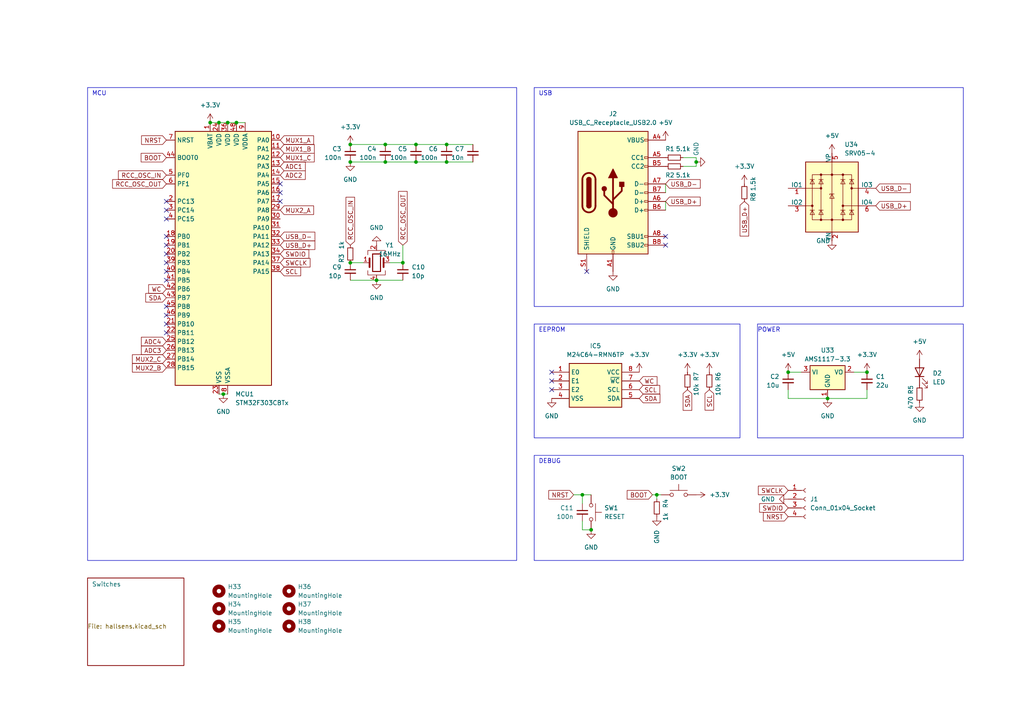
<source format=kicad_sch>
(kicad_sch (version 20230121) (generator eeschema)
  (paper "A4")
  (lib_symbols
    (symbol "Connector:Conn_01x04_Socket" (pin_names (offset 1.016) hide)
      (property "Reference" "J" (at 0 5.08 0))
      (property "Value" "Conn_01x04_Socket" (at 0 -7.62 0))
      (symbol "Conn_01x04_Socket_1_1"
        (arc (start 0 -4.572) (mid -0.5058 -5.08) (end 0 -5.588) (stroke (width 0.1524)))
        (arc (start 0 -2.032) (mid -0.5058 -2.54) (end 0 -3.048) (stroke (width 0.1524)))
        (polyline (pts (xy -1.27 -5.08) (xy -0.508 -5.08)) (stroke (width 0.1524)))
        (polyline (pts (xy -1.27 -2.54) (xy -0.508 -2.54)) (stroke (width 0.1524)))
        (polyline (pts (xy -1.27 0) (xy -0.508 0)) (stroke (width 0.1524)))
        (polyline (pts (xy -1.27 2.54) (xy -0.508 2.54)) (stroke (width 0.1524)))
        (arc (start 0 0.508) (mid -0.5058 0) (end 0 -0.508) (stroke (width 0.1524)))
        (arc (start 0 3.048) (mid -0.5058 2.54) (end 0 2.032) (stroke (width 0.1524)))
        (pin passive line (at -5.08 2.54 0) (length 3.81) (name "Pin_1") (number "1"))
        (pin passive line (at -5.08 0 0) (length 3.81) (name "Pin_2") (number "2"))
        (pin passive line (at -5.08 -2.54 0) (length 3.81) (name "Pin_3") (number "3"))
        (pin passive line (at -5.08 -5.08 0) (length 3.81) (name "Pin_4") (number "4"))
      )
    )
    (symbol "Connector:USB_C_Receptacle_USB2.0" (pin_names (offset 1.016))
      (property "Reference" "J" (at -10.16 19.05 0))
      (property "Value" "USB_C_Receptacle_USB2.0" (at 19.05 19.05 0))
      (symbol "USB_C_Receptacle_USB2.0_0_0"
        (rectangle (start -0.254 -17.78) (end 0.254 -16.764))
        (rectangle (start 10.16 -14.986) (end 9.144 -15.494))
        (rectangle (start 10.16 -12.446) (end 9.144 -12.954))
        (rectangle (start 10.16 -4.826) (end 9.144 -5.334))
        (rectangle (start 10.16 -2.286) (end 9.144 -2.794))
        (rectangle (start 10.16 0.254) (end 9.144 -0.254))
        (rectangle (start 10.16 2.794) (end 9.144 2.286))
        (rectangle (start 10.16 7.874) (end 9.144 7.366))
        (rectangle (start 10.16 10.414) (end 9.144 9.906))
        (rectangle (start 10.16 15.494) (end 9.144 14.986))
      )
      (symbol "USB_C_Receptacle_USB2.0_0_1"
        (rectangle (start -10.16 17.78) (end 10.16 -17.78) (stroke (width 0.254)) (fill (type background)))
        (arc (start -8.89 -3.81) (mid -6.985 -5.7067) (end -5.08 -3.81) (stroke (width 0.508)))
        (arc (start -7.62 -3.81) (mid -6.985 -4.4423) (end -6.35 -3.81) (stroke (width 0.254)))
        (arc (start -7.62 -3.81) (mid -6.985 -4.4423) (end -6.35 -3.81) (stroke (width 0.254)) (fill (type outline)))
        (rectangle (start -7.62 -3.81) (end -6.35 3.81) (stroke (width 0.254)) (fill (type outline)))
        (arc (start -6.35 3.81) (mid -6.985 4.4423) (end -7.62 3.81) (stroke (width 0.254)))
        (arc (start -6.35 3.81) (mid -6.985 4.4423) (end -7.62 3.81) (stroke (width 0.254)) (fill (type outline)))
        (arc (start -5.08 3.81) (mid -6.985 5.7067) (end -8.89 3.81) (stroke (width 0.508)))
        (circle (center -2.54 1.143) (radius 0.635) (stroke (width 0.254)) (fill (type outline)))
        (circle (center 0 -5.842) (radius 1.27) (fill (type outline)))
        (polyline (pts (xy -8.89 -3.81) (xy -8.89 3.81)) (stroke (width 0.508)))
        (polyline (pts (xy -5.08 3.81) (xy -5.08 -3.81)) (stroke (width 0.508)))
        (polyline (pts (xy 0 -5.842) (xy 0 4.318)) (stroke (width 0.508)))
        (polyline (pts (xy 0 -3.302) (xy -2.54 -0.762) (xy -2.54 0.508)) (stroke (width 0.508)))
        (polyline (pts (xy 0 -2.032) (xy 2.54 0.508) (xy 2.54 1.778)) (stroke (width 0.508)))
        (polyline (pts (xy -1.27 4.318) (xy 0 6.858) (xy 1.27 4.318) (xy -1.27 4.318)) (stroke (width 0.254)) (fill (type outline)))
        (rectangle (start 1.905 1.778) (end 3.175 3.048) (stroke (width 0.254)) (fill (type outline)))
      )
      (symbol "USB_C_Receptacle_USB2.0_1_1"
        (pin passive line (at 0 -22.86 90) (length 5.08) (name "GND") (number "A1"))
        (pin passive line (at 0 -22.86 90) (length 5.08) hide (name "GND") (number "A12"))
        (pin passive line (at 15.24 15.24 180) (length 5.08) (name "VBUS") (number "A4"))
        (pin bidirectional line (at 15.24 10.16 180) (length 5.08) (name "CC1") (number "A5"))
        (pin bidirectional line (at 15.24 -2.54 180) (length 5.08) (name "D+") (number "A6"))
        (pin bidirectional line (at 15.24 2.54 180) (length 5.08) (name "D-") (number "A7"))
        (pin bidirectional line (at 15.24 -12.7 180) (length 5.08) (name "SBU1") (number "A8"))
        (pin passive line (at 15.24 15.24 180) (length 5.08) hide (name "VBUS") (number "A9"))
        (pin passive line (at 0 -22.86 90) (length 5.08) hide (name "GND") (number "B1"))
        (pin passive line (at 0 -22.86 90) (length 5.08) hide (name "GND") (number "B12"))
        (pin passive line (at 15.24 15.24 180) (length 5.08) hide (name "VBUS") (number "B4"))
        (pin bidirectional line (at 15.24 7.62 180) (length 5.08) (name "CC2") (number "B5"))
        (pin bidirectional line (at 15.24 -5.08 180) (length 5.08) (name "D+") (number "B6"))
        (pin bidirectional line (at 15.24 0 180) (length 5.08) (name "D-") (number "B7"))
        (pin bidirectional line (at 15.24 -15.24 180) (length 5.08) (name "SBU2") (number "B8"))
        (pin passive line (at 15.24 15.24 180) (length 5.08) hide (name "VBUS") (number "B9"))
        (pin passive line (at -7.62 -22.86 90) (length 5.08) (name "SHIELD") (number "S1"))
      )
    )
    (symbol "Device:C_Small" (pin_numbers hide) (pin_names (offset 0.254) hide)
      (property "Reference" "C" (at 0.254 1.778 0))
      (property "Value" "C_Small" (at 0.254 -2.032 0))
      (symbol "C_Small_0_1"
        (polyline (pts (xy -1.524 -0.508) (xy 1.524 -0.508)) (stroke (width 0.3302)))
        (polyline (pts (xy -1.524 0.508) (xy 1.524 0.508)) (stroke (width 0.3048)))
      )
      (symbol "C_Small_1_1"
        (pin passive line (at 0 2.54 270) (length 2.032) (name "~") (number "1"))
        (pin passive line (at 0 -2.54 90) (length 2.032) (name "~") (number "2"))
      )
    )
    (symbol "Device:Crystal_GND24" (pin_names (offset 1.016) hide)
      (property "Reference" "Y" (at 3.175 5.08 0))
      (property "Value" "Crystal_GND24" (at 3.175 3.175 0))
      (symbol "Crystal_GND24_0_1"
        (rectangle (start -1.143 2.54) (end 1.143 -2.54) (stroke (width 0.3048)))
        (polyline (pts (xy -2.54 0) (xy -2.032 0)))
        (polyline (pts (xy -2.032 -1.27) (xy -2.032 1.27)) (stroke (width 0.508)))
        (polyline (pts (xy 0 -3.81) (xy 0 -3.556)))
        (polyline (pts (xy 0 3.556) (xy 0 3.81)))
        (polyline (pts (xy 2.032 -1.27) (xy 2.032 1.27)) (stroke (width 0.508)))
        (polyline (pts (xy 2.032 0) (xy 2.54 0)))
        (polyline (pts (xy -2.54 -2.286) (xy -2.54 -3.556) (xy 2.54 -3.556) (xy 2.54 -2.286)))
        (polyline (pts (xy -2.54 2.286) (xy -2.54 3.556) (xy 2.54 3.556) (xy 2.54 2.286)))
      )
      (symbol "Crystal_GND24_1_1"
        (pin passive line (at -3.81 0 0) (length 1.27) (name "1") (number "1"))
        (pin passive line (at 0 5.08 270) (length 1.27) (name "2") (number "2"))
        (pin passive line (at 3.81 0 180) (length 1.27) (name "3") (number "3"))
        (pin passive line (at 0 -5.08 90) (length 1.27) (name "4") (number "4"))
      )
    )
    (symbol "Device:LED" (pin_numbers hide) (pin_names (offset 1.016) hide)
      (property "Reference" "D" (at 0 2.54 0))
      (property "Value" "LED" (at 0 -2.54 0))
      (symbol "LED_0_1"
        (polyline (pts (xy -1.27 -1.27) (xy -1.27 1.27)) (stroke (width 0.254)))
        (polyline (pts (xy -1.27 0) (xy 1.27 0)))
        (polyline (pts (xy 1.27 -1.27) (xy 1.27 1.27) (xy -1.27 0) (xy 1.27 -1.27)) (stroke (width 0.254)))
        (polyline (pts (xy -3.048 -0.762) (xy -4.572 -2.286) (xy -3.81 -2.286) (xy -4.572 -2.286) (xy -4.572 -1.524)))
        (polyline (pts (xy -1.778 -0.762) (xy -3.302 -2.286) (xy -2.54 -2.286) (xy -3.302 -2.286) (xy -3.302 -1.524)))
      )
      (symbol "LED_1_1"
        (pin passive line (at -3.81 0 0) (length 2.54) (name "K") (number "1"))
        (pin passive line (at 3.81 0 180) (length 2.54) (name "A") (number "2"))
      )
    )
    (symbol "Device:R_Small" (pin_numbers hide) (pin_names (offset 0.254) hide)
      (property "Reference" "R" (at 0.762 0.508 0))
      (property "Value" "R_Small" (at 0.762 -1.016 0))
      (symbol "R_Small_0_1"
        (rectangle (start -0.762 1.778) (end 0.762 -1.778) (stroke (width 0.2032)))
      )
      (symbol "R_Small_1_1"
        (pin passive line (at 0 2.54 270) (length 0.762) (name "~") (number "1"))
        (pin passive line (at 0 -2.54 90) (length 0.762) (name "~") (number "2"))
      )
    )
    (symbol "MCU_ST_STM32F3:STM32F303CBTx"
      (property "Reference" "U" (at -12.7 39.37 0))
      (property "Value" "STM32F303CBTx" (at 10.16 39.37 0))
      (symbol "STM32F303CBTx_0_1"
        (rectangle (start -12.7 -35.56) (end 15.24 38.1) (stroke (width 0.254)) (fill (type background)))
      )
      (symbol "STM32F303CBTx_1_1"
        (pin power_in line (at -2.54 40.64 270) (length 2.54) (name "VBAT") (number "1"))
        (pin bidirectional line (at 17.78 35.56 180) (length 2.54) (name "PA0") (number "10"))
        (pin bidirectional line (at 17.78 33.02 180) (length 2.54) (name "PA1") (number "11"))
        (pin bidirectional line (at 17.78 30.48 180) (length 2.54) (name "PA2") (number "12"))
        (pin bidirectional line (at 17.78 27.94 180) (length 2.54) (name "PA3") (number "13"))
        (pin bidirectional line (at 17.78 25.4 180) (length 2.54) (name "PA4") (number "14"))
        (pin bidirectional line (at 17.78 22.86 180) (length 2.54) (name "PA5") (number "15"))
        (pin bidirectional line (at 17.78 20.32 180) (length 2.54) (name "PA6") (number "16"))
        (pin bidirectional line (at 17.78 17.78 180) (length 2.54) (name "PA7") (number "17"))
        (pin bidirectional line (at -15.24 7.62 0) (length 2.54) (name "PB0") (number "18"))
        (pin bidirectional line (at -15.24 5.08 0) (length 2.54) (name "PB1") (number "19"))
        (pin bidirectional line (at -15.24 17.78 0) (length 2.54) (name "PC13") (number "2"))
        (pin bidirectional line (at -15.24 2.54 0) (length 2.54) (name "PB2") (number "20"))
        (pin bidirectional line (at -15.24 -17.78 0) (length 2.54) (name "PB10") (number "21"))
        (pin bidirectional line (at -15.24 -20.32 0) (length 2.54) (name "PB11") (number "22"))
        (pin power_in line (at 0 -38.1 90) (length 2.54) (name "VSS") (number "23"))
        (pin power_in line (at 0 40.64 270) (length 2.54) (name "VDD") (number "24"))
        (pin bidirectional line (at -15.24 -22.86 0) (length 2.54) (name "PB12") (number "25"))
        (pin bidirectional line (at -15.24 -25.4 0) (length 2.54) (name "PB13") (number "26"))
        (pin bidirectional line (at -15.24 -27.94 0) (length 2.54) (name "PB14") (number "27"))
        (pin bidirectional line (at -15.24 -30.48 0) (length 2.54) (name "PB15") (number "28"))
        (pin bidirectional line (at 17.78 15.24 180) (length 2.54) (name "PA8") (number "29"))
        (pin bidirectional line (at -15.24 15.24 0) (length 2.54) (name "PC14") (number "3"))
        (pin bidirectional line (at 17.78 12.7 180) (length 2.54) (name "PA9") (number "30"))
        (pin bidirectional line (at 17.78 10.16 180) (length 2.54) (name "PA10") (number "31"))
        (pin bidirectional line (at 17.78 7.62 180) (length 2.54) (name "PA11") (number "32"))
        (pin bidirectional line (at 17.78 5.08 180) (length 2.54) (name "PA12") (number "33"))
        (pin bidirectional line (at 17.78 2.54 180) (length 2.54) (name "PA13") (number "34"))
        (pin passive line (at 0 -38.1 90) (length 2.54) hide (name "VSS") (number "35"))
        (pin power_in line (at 2.54 40.64 270) (length 2.54) (name "VDD") (number "36"))
        (pin bidirectional line (at 17.78 0 180) (length 2.54) (name "PA14") (number "37"))
        (pin bidirectional line (at 17.78 -2.54 180) (length 2.54) (name "PA15") (number "38"))
        (pin bidirectional line (at -15.24 0 0) (length 2.54) (name "PB3") (number "39"))
        (pin bidirectional line (at -15.24 12.7 0) (length 2.54) (name "PC15") (number "4"))
        (pin bidirectional line (at -15.24 -2.54 0) (length 2.54) (name "PB4") (number "40"))
        (pin bidirectional line (at -15.24 -5.08 0) (length 2.54) (name "PB5") (number "41"))
        (pin bidirectional line (at -15.24 -7.62 0) (length 2.54) (name "PB6") (number "42"))
        (pin bidirectional line (at -15.24 -10.16 0) (length 2.54) (name "PB7") (number "43"))
        (pin input line (at -15.24 30.48 0) (length 2.54) (name "BOOT0") (number "44"))
        (pin bidirectional line (at -15.24 -12.7 0) (length 2.54) (name "PB8") (number "45"))
        (pin bidirectional line (at -15.24 -15.24 0) (length 2.54) (name "PB9") (number "46"))
        (pin passive line (at 0 -38.1 90) (length 2.54) hide (name "VSS") (number "47"))
        (pin power_in line (at 5.08 40.64 270) (length 2.54) (name "VDD") (number "48"))
        (pin bidirectional line (at -15.24 25.4 0) (length 2.54) (name "PF0") (number "5"))
        (pin bidirectional line (at -15.24 22.86 0) (length 2.54) (name "PF1") (number "6"))
        (pin input line (at -15.24 35.56 0) (length 2.54) (name "NRST") (number "7"))
        (pin power_in line (at 2.54 -38.1 90) (length 2.54) (name "VSSA") (number "8"))
        (pin power_in line (at 7.62 40.64 270) (length 2.54) (name "VDDA") (number "9"))
      )
    )
    (symbol "Mechanical:MountingHole" (pin_names (offset 1.016))
      (property "Reference" "H" (at 0 5.08 0))
      (property "Value" "MountingHole" (at 0 3.175 0))
      (symbol "MountingHole_0_1"
        (circle (center 0 0) (radius 1.27) (stroke (width 1.27)))
      )
    )
    (symbol "Power_Protection:SRV05-4" (pin_names (offset 0))
      (property "Reference" "U" (at -5.08 11.43 0))
      (property "Value" "SRV05-4" (at 2.54 11.43 0))
      (symbol "SRV05-4_0_0"
        (rectangle (start -5.715 6.477) (end 5.715 -6.604))
        (polyline (pts (xy -3.175 -6.604) (xy -3.175 6.477)))
        (polyline (pts (xy 3.175 6.477) (xy 3.175 -6.604)))
      )
      (symbol "SRV05-4_0_1"
        (rectangle (start -7.62 10.16) (end 7.62 -10.16) (stroke (width 0.254)) (fill (type background)))
        (circle (center -5.715 -2.54) (radius 0.2794) (fill (type outline)))
        (circle (center -3.175 -6.604) (radius 0.2794) (fill (type outline)))
        (circle (center -3.175 2.54) (radius 0.2794) (fill (type outline)))
        (circle (center -3.175 6.477) (radius 0.2794) (fill (type outline)))
        (circle (center 0 -6.604) (radius 0.2794) (fill (type outline)))
        (polyline (pts (xy -7.747 2.54) (xy -3.175 2.54)))
        (polyline (pts (xy -7.62 -2.54) (xy -5.715 -2.54)))
        (polyline (pts (xy -5.08 -3.81) (xy -6.35 -3.81)))
        (polyline (pts (xy -5.08 5.08) (xy -6.35 5.08)))
        (polyline (pts (xy -2.54 -3.81) (xy -3.81 -3.81)))
        (polyline (pts (xy -2.54 5.08) (xy -3.81 5.08)))
        (polyline (pts (xy 0 10.16) (xy 0 -10.16)))
        (polyline (pts (xy 3.81 -3.81) (xy 2.54 -3.81)))
        (polyline (pts (xy 3.81 5.08) (xy 2.54 5.08)))
        (polyline (pts (xy 6.35 -3.81) (xy 5.08 -3.81)))
        (polyline (pts (xy 6.35 5.08) (xy 5.08 5.08)))
        (polyline (pts (xy 7.62 -2.54) (xy 3.175 -2.54)))
        (polyline (pts (xy 7.62 2.54) (xy 5.715 2.54)))
        (polyline (pts (xy 0.635 0.889) (xy -0.635 0.889) (xy -0.635 0.635)))
        (polyline (pts (xy -5.08 -5.08) (xy -6.35 -5.08) (xy -5.715 -3.81) (xy -5.08 -5.08)))
        (polyline (pts (xy -5.08 3.81) (xy -6.35 3.81) (xy -5.715 5.08) (xy -5.08 3.81)))
        (polyline (pts (xy -2.54 -5.08) (xy -3.81 -5.08) (xy -3.175 -3.81) (xy -2.54 -5.08)))
        (polyline (pts (xy -2.54 3.81) (xy -3.81 3.81) (xy -3.175 5.08) (xy -2.54 3.81)))
        (polyline (pts (xy 0.635 -0.381) (xy -0.635 -0.381) (xy 0 0.889) (xy 0.635 -0.381)))
        (polyline (pts (xy 3.81 -5.08) (xy 2.54 -5.08) (xy 3.175 -3.81) (xy 3.81 -5.08)))
        (polyline (pts (xy 3.81 3.81) (xy 2.54 3.81) (xy 3.175 5.08) (xy 3.81 3.81)))
        (polyline (pts (xy 6.35 -5.08) (xy 5.08 -5.08) (xy 5.715 -3.81) (xy 6.35 -5.08)))
        (polyline (pts (xy 6.35 3.81) (xy 5.08 3.81) (xy 5.715 5.08) (xy 6.35 3.81)))
        (circle (center 0 6.477) (radius 0.2794) (fill (type outline)))
        (circle (center 3.175 -6.604) (radius 0.2794) (fill (type outline)))
        (circle (center 3.175 -2.54) (radius 0.2794) (fill (type outline)))
        (circle (center 3.175 6.477) (radius 0.2794) (fill (type outline)))
        (circle (center 5.715 2.54) (radius 0.2794) (fill (type outline)))
      )
      (symbol "SRV05-4_1_1"
        (pin passive line (at -12.7 2.54 0) (length 5.08) (name "IO1") (number "1"))
        (pin passive line (at 0 -12.7 90) (length 2.54) (name "VN") (number "2"))
        (pin passive line (at -12.7 -2.54 0) (length 5.08) (name "IO2") (number "3"))
        (pin passive line (at 12.7 2.54 180) (length 5.08) (name "IO3") (number "4"))
        (pin passive line (at 0 12.7 270) (length 2.54) (name "VP") (number "5"))
        (pin passive line (at 12.7 -2.54 180) (length 5.08) (name "IO4") (number "6"))
      )
    )
    (symbol "Regulator_Linear:AMS1117-3.3"
      (property "Reference" "U" (at -3.81 3.175 0))
      (property "Value" "AMS1117-3.3" (at 0 3.175 0))
      (symbol "AMS1117-3.3_0_1"
        (rectangle (start -5.08 -5.08) (end 5.08 1.905) (stroke (width 0.254)) (fill (type background)))
      )
      (symbol "AMS1117-3.3_1_1"
        (pin power_in line (at 0 -7.62 90) (length 2.54) (name "GND") (number "1"))
        (pin power_out line (at 7.62 0 180) (length 2.54) (name "VO") (number "2"))
        (pin power_in line (at -7.62 0 0) (length 2.54) (name "VI") (number "3"))
      )
    )
    (symbol "Switch:SW_Push" (pin_numbers hide) (pin_names (offset 1.016) hide)
      (property "Reference" "SW" (at 1.27 2.54 0))
      (property "Value" "SW_Push" (at 0 -1.524 0))
      (symbol "SW_Push_0_1"
        (circle (center -2.032 0) (radius 0.508))
        (polyline (pts (xy 0 1.27) (xy 0 3.048)))
        (polyline (pts (xy 2.54 1.27) (xy -2.54 1.27)))
        (circle (center 2.032 0) (radius 0.508))
        (pin passive line (at -5.08 0 0) (length 2.54) (name "1") (number "1"))
        (pin passive line (at 5.08 0 180) (length 2.54) (name "2") (number "2"))
      )
    )
    (symbol "ember_m24c64:M24C64-RMN6TP"
      (property "Reference" "IC" (at 21.59 7.62 0))
      (property "Value" "M24C64-RMN6TP" (at 21.59 5.08 0))
      (symbol "M24C64-RMN6TP_1_1"
        (rectangle (start 5.08 2.54) (end 20.32 -10.16) (stroke (width 0.254)) (fill (type background)))
        (pin passive line (at 0 0 0) (length 5.08) (name "E0") (number "1"))
        (pin passive line (at 0 -2.54 0) (length 5.08) (name "E1") (number "2"))
        (pin passive line (at 0 -5.08 0) (length 5.08) (name "E2") (number "3"))
        (pin passive line (at 0 -7.62 0) (length 5.08) (name "VSS") (number "4"))
        (pin passive line (at 25.4 -7.62 180) (length 5.08) (name "SDA") (number "5"))
        (pin passive line (at 25.4 -5.08 180) (length 5.08) (name "SCL") (number "6"))
        (pin passive line (at 25.4 -2.54 180) (length 5.08) (name "~{WC}") (number "7"))
        (pin passive line (at 25.4 0 180) (length 5.08) (name "VCC") (number "8"))
      )
    )
    (symbol "power:+3.3V" (power) (pin_names (offset 0))
      (property "Value" "+3.3V" (at 0 3.556 0))
      (symbol "+3.3V_0_1"
        (polyline (pts (xy -0.762 1.27) (xy 0 2.54)))
        (polyline (pts (xy 0 0) (xy 0 2.54)))
        (polyline (pts (xy 0 2.54) (xy 0.762 1.27)))
      )
      (symbol "+3.3V_1_1"
        (pin power_in line (at 0 0 90) (length 0) hide (name "+3.3V") (number "1"))
      )
    )
    (symbol "power:+5V" (power) (pin_names (offset 0))
      (property "Value" "+5V" (at 0 3.556 0))
      (symbol "+5V_0_1"
        (polyline (pts (xy -0.762 1.27) (xy 0 2.54)))
        (polyline (pts (xy 0 0) (xy 0 2.54)))
        (polyline (pts (xy 0 2.54) (xy 0.762 1.27)))
      )
      (symbol "+5V_1_1"
        (pin power_in line (at 0 0 90) (length 0) hide (name "+5V") (number "1"))
      )
    )
    (symbol "power:GND" (power) (pin_names (offset 0))
      (property "Value" "GND" (at 0 -3.81 0))
      (symbol "GND_0_1"
        (polyline (pts (xy 0 0) (xy 0 -1.27) (xy 1.27 -1.27) (xy 0 -2.54) (xy -1.27 -1.27) (xy 0 -1.27)))
      )
      (symbol "GND_1_1"
        (pin power_in line (at 0 0 270) (length 0) hide (name "GND") (number "1"))
      )
    )
  )
  (junction (at 109.22 81.28))
  (junction (at 129.54 46.99))
  (junction (at 228.6 107.95))
  (junction (at 120.65 46.99))
  (junction (at 190.5 143.51))
  (junction (at 68.58 35.56))
  (junction (at 120.65 41.91))
  (junction (at 101.6 46.99))
  (junction (at 240.03 115.57))
  (junction (at 129.54 41.91))
  (junction (at 60.96 35.56))
  (junction (at 111.76 46.99))
  (junction (at 101.6 76.2))
  (junction (at 171.45 153.67))
  (junction (at 63.5 35.56))
  (junction (at 201.93 46.99))
  (junction (at 111.76 41.91))
  (junction (at 101.6 41.91))
  (junction (at 64.77 114.3))
  (junction (at 66.04 35.56))
  (junction (at 116.84 76.2))
  (junction (at 251.46 107.95))
  (junction (at 168.91 143.51))
  (no_connect (at 48.26 78.74))
  (no_connect (at 48.26 73.66))
  (no_connect (at 81.28 58.42))
  (no_connect (at 48.26 88.9))
  (no_connect (at 48.26 93.98))
  (no_connect (at 48.26 58.42))
  (no_connect (at 81.28 53.34))
  (no_connect (at 48.26 68.58))
  (no_connect (at 193.04 68.58))
  (no_connect (at 48.26 76.2))
  (no_connect (at 48.26 96.52))
  (no_connect (at 170.18 78.74))
  (no_connect (at 193.04 71.12))
  (no_connect (at 48.26 60.96))
  (no_connect (at 81.28 55.88))
  (no_connect (at 160.02 113.03))
  (no_connect (at 48.26 91.44))
  (no_connect (at 48.26 63.5))
  (no_connect (at 160.02 107.95))
  (no_connect (at 48.26 81.28))
  (no_connect (at 160.02 110.49))
  (no_connect (at 48.26 71.12))
  (wire (pts (xy 228.6 115.57) (xy 240.03 115.57)))
  (wire (pts (xy 168.91 143.51) (xy 171.45 143.51)))
  (wire (pts (xy 68.58 35.56) (xy 71.12 35.56)))
  (wire (pts (xy 111.76 41.91) (xy 120.65 41.91)))
  (wire (pts (xy 240.03 115.57) (xy 251.46 115.57)))
  (wire (pts (xy 111.76 46.99) (xy 120.65 46.99)))
  (wire (pts (xy 190.5 143.51) (xy 191.77 143.51)))
  (wire (pts (xy 168.91 153.67) (xy 171.45 153.67)))
  (wire (pts (xy 189.23 143.51) (xy 190.5 143.51)))
  (wire (pts (xy 168.91 151.13) (xy 168.91 153.67)))
  (wire (pts (xy 168.91 143.51) (xy 168.91 146.05)))
  (wire (pts (xy 63.5 114.3) (xy 64.77 114.3)))
  (wire (pts (xy 109.22 81.28) (xy 116.84 81.28)))
  (wire (pts (xy 228.6 113.03) (xy 228.6 115.57)))
  (wire (pts (xy 251.46 115.57) (xy 251.46 113.03)))
  (wire (pts (xy 101.6 81.28) (xy 109.22 81.28)))
  (wire (pts (xy 113.03 76.2) (xy 116.84 76.2)))
  (wire (pts (xy 101.6 76.2) (xy 105.41 76.2)))
  (wire (pts (xy 129.54 41.91) (xy 137.16 41.91)))
  (wire (pts (xy 116.84 76.2) (xy 116.84 71.12)))
  (wire (pts (xy 193.04 53.34) (xy 193.04 55.88)))
  (wire (pts (xy 166.37 143.51) (xy 168.91 143.51)))
  (wire (pts (xy 66.04 35.56) (xy 68.58 35.56)))
  (wire (pts (xy 198.12 45.72) (xy 201.93 45.72)))
  (wire (pts (xy 120.65 41.91) (xy 129.54 41.91)))
  (wire (pts (xy 120.65 46.99) (xy 129.54 46.99)))
  (wire (pts (xy 60.96 35.56) (xy 63.5 35.56)))
  (wire (pts (xy 101.6 41.91) (xy 111.76 41.91)))
  (wire (pts (xy 247.65 107.95) (xy 251.46 107.95)))
  (wire (pts (xy 198.12 48.26) (xy 201.93 48.26)))
  (wire (pts (xy 64.77 114.3) (xy 66.04 114.3)))
  (wire (pts (xy 228.6 107.95) (xy 232.41 107.95)))
  (wire (pts (xy 101.6 46.99) (xy 111.76 46.99)))
  (wire (pts (xy 201.93 46.99) (xy 201.93 45.72)))
  (wire (pts (xy 201.93 48.26) (xy 201.93 46.99)))
  (wire (pts (xy 63.5 35.56) (xy 66.04 35.56)))
  (wire (pts (xy 129.54 46.99) (xy 137.16 46.99)))
  (wire (pts (xy 193.04 58.42) (xy 193.04 60.96)))
  (wire (pts (xy 190.5 143.51) (xy 190.5 144.78)))
  (rectangle (start 219.71 93.98) (end 279.4 127))
  (rectangle (start 154.94 132.08) (end 279.4 162.56))
  (rectangle (start 25.4 25.4) (end 149.86 162.56))
  (rectangle (start 154.94 25.4) (end 279.4 88.9))
  (rectangle (start 154.94 93.98) (end 214.63 127))
  (text "MCU" (at 26.67 27.94 0) (effects (font (size 1.27 1.27)) (justify left bottom)))
  (text "USB" (at 156.21 27.94 0) (effects (font (size 1.27 1.27)) (justify left bottom)))
  (text "POWER" (at 219.71 96.52 0) (effects (font (size 1.27 1.27)) (justify left bottom)))
  (text "EEPROM" (at 156.21 96.52 0) (effects (font (size 1.27 1.27)) (justify left bottom)))
  (text "DEBUG" (at 156.21 134.62 0) (effects (font (size 1.27 1.27)) (justify left bottom)))
  (global_label "MUX1_C" (shape input) (at 81.28 45.72 0) (property "Intersheetrefs" "${INTERSHEET_REFS}" (effects hide)))
  (global_label "SDA" (shape input) (at 185.42 115.57 0) (property "Intersheetrefs" "${INTERSHEET_REFS}" (effects hide)))
  (global_label "ADC2" (shape input) (at 81.28 50.8 0) (property "Intersheetrefs" "${INTERSHEET_REFS}" (effects hide)))
  (global_label "USB_D-" (shape input) (at 193.04 53.34 0) (property "Intersheetrefs" "${INTERSHEET_REFS}" (effects hide)))
  (global_label "SCL" (shape input) (at 185.42 113.03 0) (property "Intersheetrefs" "${INTERSHEET_REFS}" (effects hide)))
  (global_label "NRST" (shape input) (at 48.26 40.64 180) (property "Intersheetrefs" "${INTERSHEET_REFS}" (effects hide)))
  (global_label "BOOT" (shape input) (at 48.26 45.72 180) (property "Intersheetrefs" "${INTERSHEET_REFS}" (effects hide)))
  (global_label "RCC_OSC_IN" (shape input) (at 48.26 50.8 180) (property "Intersheetrefs" "${INTERSHEET_REFS}" (effects hide)))
  (global_label "USB_D+" (shape input) (at 81.28 71.12 0) (property "Intersheetrefs" "${INTERSHEET_REFS}" (effects hide)))
  (global_label "MUX2_A" (shape input) (at 81.28 60.96 0) (property "Intersheetrefs" "${INTERSHEET_REFS}" (effects hide)))
  (global_label "RCC_OSC_OUT" (shape input) (at 48.26 53.34 180) (property "Intersheetrefs" "${INTERSHEET_REFS}" (effects hide)))
  (global_label "USB_D+" (shape input) (at 254 59.69 0) (property "Intersheetrefs" "${INTERSHEET_REFS}" (effects hide)))
  (global_label "MUX1_B" (shape input) (at 81.28 43.18 0) (property "Intersheetrefs" "${INTERSHEET_REFS}" (effects hide)))
  (global_label "USB_D+" (shape input) (at 215.9 58.42 270) (property "Intersheetrefs" "${INTERSHEET_REFS}" (effects hide)))
  (global_label "SDA" (shape input) (at 199.39 113.03 270) (property "Intersheetrefs" "${INTERSHEET_REFS}" (effects hide)))
  (global_label "MUX2_C" (shape input) (at 48.26 104.14 180) (property "Intersheetrefs" "${INTERSHEET_REFS}" (effects hide)))
  (global_label "SWCLK" (shape input) (at 228.6 142.24 180) (property "Intersheetrefs" "${INTERSHEET_REFS}" (effects hide)))
  (global_label "SWDIO" (shape input) (at 228.6 147.32 180) (property "Intersheetrefs" "${INTERSHEET_REFS}" (effects hide)))
  (global_label "WC" (shape input) (at 48.26 83.82 180) (property "Intersheetrefs" "${INTERSHEET_REFS}" (effects hide)))
  (global_label "WC" (shape input) (at 185.42 110.49 0) (property "Intersheetrefs" "${INTERSHEET_REFS}" (effects hide)))
  (global_label "NRST" (shape input) (at 166.37 143.51 180) (property "Intersheetrefs" "${INTERSHEET_REFS}" (effects hide)))
  (global_label "ADC4" (shape input) (at 48.26 99.06 180) (property "Intersheetrefs" "${INTERSHEET_REFS}" (effects hide)))
  (global_label "NRST" (shape input) (at 228.6 149.86 180) (property "Intersheetrefs" "${INTERSHEET_REFS}" (effects hide)))
  (global_label "RCC_OSC_IN" (shape input) (at 101.6 71.12 90) (property "Intersheetrefs" "${INTERSHEET_REFS}" (effects hide)))
  (global_label "SCL" (shape input) (at 81.28 78.74 0) (property "Intersheetrefs" "${INTERSHEET_REFS}" (effects hide)))
  (global_label "ADC1" (shape input) (at 81.28 48.26 0) (property "Intersheetrefs" "${INTERSHEET_REFS}" (effects hide)))
  (global_label "SCL" (shape input) (at 205.74 113.03 270) (property "Intersheetrefs" "${INTERSHEET_REFS}" (effects hide)))
  (global_label "RCC_OSC_OUT" (shape input) (at 116.84 71.12 90) (property "Intersheetrefs" "${INTERSHEET_REFS}" (effects hide)))
  (global_label "USB_D-" (shape input) (at 81.28 68.58 0) (property "Intersheetrefs" "${INTERSHEET_REFS}" (effects hide)))
  (global_label "SDA" (shape input) (at 48.26 86.36 180) (property "Intersheetrefs" "${INTERSHEET_REFS}" (effects hide)))
  (global_label "BOOT" (shape input) (at 189.23 143.51 180) (property "Intersheetrefs" "${INTERSHEET_REFS}" (effects hide)))
  (global_label "SWCLK" (shape input) (at 81.28 76.2 0) (property "Intersheetrefs" "${INTERSHEET_REFS}" (effects hide)))
  (global_label "MUX1_A" (shape input) (at 81.28 40.64 0) (property "Intersheetrefs" "${INTERSHEET_REFS}" (effects hide)))
  (global_label "USB_D+" (shape input) (at 193.04 58.42 0) (property "Intersheetrefs" "${INTERSHEET_REFS}" (effects hide)))
  (global_label "USB_D-" (shape input) (at 254 54.61 0) (property "Intersheetrefs" "${INTERSHEET_REFS}" (effects hide)))
  (global_label "ADC3" (shape input) (at 48.26 101.6 180) (property "Intersheetrefs" "${INTERSHEET_REFS}" (effects hide)))
  (global_label "MUX2_B" (shape input) (at 48.26 106.68 180) (property "Intersheetrefs" "${INTERSHEET_REFS}" (effects hide)))
  (global_label "SWDIO" (shape input) (at 81.28 73.66 0) (property "Intersheetrefs" "${INTERSHEET_REFS}" (effects hide)))
  (symbol (lib_id "power:GND") (at 266.7 116.84 0) (unit 1)
    (property "Reference" "#PWR033" (effects hide))
    (property "Value" "GND" (at 266.7 121.92 0))
  )
  (symbol (lib_id "power:+3.3V") (at 201.93 143.51 270) (unit 1)
    (property "Reference" "#PWR034" (effects hide))
    (property "Value" "+3.3V" (at 205.74 143.51 90) (effects (justify left)))
  )
  (symbol (lib_id "Device:R_Small") (at 195.58 48.26 90) (unit 1)
    (property "Reference" "R2" (at 194.31 50.8 90))
    (property "Value" "5.1k" (at 198.12 50.8 90))
    (property "Footprint" "Resistor_SMD:R_0603_1608Metric" (effects hide))
    (property "LCSC" "C23186" (effects hide))
  )
  (symbol (lib_id "Device:C_Small") (at 101.6 44.45 0) (mirror y) (unit 1)
    (property "Reference" "C3" (at 99.06 43.1863 0) (effects (justify left)))
    (property "Value" "100n" (at 99.06 45.7263 0) (effects (justify left)))
    (property "Footprint" "Capacitor_SMD:C_0603_1608Metric" (effects hide))
    (property "LCSC" "C14663" (effects hide))
  )
  (symbol (lib_id "power:+3.3V") (at 199.39 107.95 0) (unit 1)
    (property "Reference" "#PWR039" (effects hide))
    (property "Value" "+3.3V" (at 199.39 102.87 0))
  )
  (symbol (lib_id "Device:R_Small") (at 190.5 147.32 0) (unit 1)
    (property "Reference" "R4" (at 193.04 146.05 90))
    (property "Value" "1k" (at 193.04 149.86 90))
    (property "Footprint" "Resistor_SMD:R_0603_1608Metric" (effects hide))
    (property "LCSC" "C21190" (effects hide))
  )
  (symbol (lib_id "Power_Protection:SRV05-4") (at 241.3 57.15 0) (unit 1)
    (property "Reference" "U34" (at 244.9261 41.91 0) (effects (justify left)))
    (property "Value" "SRV05-4" (at 244.9261 44.45 0) (effects (justify left)))
    (property "Footprint" "Package_TO_SOT_SMD:SOT-23-6" (effects hide))
    (property "Datasheet" "http://www.onsemi.com/pub/Collateral/SRV05-4-D.PDF" (effects hide))
    (property "LCSC" "C85364" (effects hide))
  )
  (symbol (lib_id "power:+5V") (at 228.6 107.95 0) (unit 1)
    (property "Reference" "#PWR023" (effects hide))
    (property "Value" "+5V" (at 228.6 102.87 0))
  )
  (symbol (lib_id "power:GND") (at 160.02 115.57 0) (unit 1)
    (property "Reference" "#PWR031" (effects hide))
    (property "Value" "GND" (at 160.02 120.65 0))
  )
  (symbol (lib_id "power:+3.3V") (at 251.46 107.95 0) (unit 1)
    (property "Reference" "#PWR022" (effects hide))
    (property "Value" "+3.3V" (at 251.46 102.87 0))
  )
  (symbol (lib_id "MCU_ST_STM32F3:STM32F303CBTx") (at 63.5 76.2 0) (unit 1)
    (property "Reference" "MCU1" (at 68.2341 114.3 0) (effects (justify left)))
    (property "Value" "STM32F303CBTx" (at 68.2341 116.84 0) (effects (justify left)))
    (property "Footprint" "Package_QFP:LQFP-48_7x7mm_P0.5mm" (effects hide))
    (property "Datasheet" "https://www.st.com/resource/en/datasheet/stm32f303cb.pdf" (effects hide))
    (property "LCSC" "C108516" (effects hide))
  )
  (symbol (lib_id "power:+3.3V") (at 101.6 41.91 0) (unit 1)
    (property "Reference" "#PWR026" (effects hide))
    (property "Value" "+3.3V" (at 101.6 36.83 0))
  )
  (symbol (lib_id "Device:R_Small") (at 215.9 55.88 180) (unit 1)
    (property "Reference" "R8" (at 218.44 57.15 90))
    (property "Value" "1.5k" (at 218.44 53.34 90))
    (property "Footprint" "Resistor_SMD:R_0603_1608Metric" (effects hide))
    (property "LCSC" "C22843" (effects hide))
  )
  (symbol (lib_id "Device:R_Small") (at 195.58 45.72 90) (unit 1)
    (property "Reference" "R1" (at 194.31 43.18 90))
    (property "Value" "5.1k" (at 198.12 43.18 90))
    (property "Footprint" "Resistor_SMD:R_0603_1608Metric" (effects hide))
    (property "LCSC" "C23186" (effects hide))
  )
  (symbol (lib_id "Device:C_Small") (at 101.6 78.74 0) (mirror y) (unit 1)
    (property "Reference" "C9" (at 99.06 77.4763 0) (effects (justify left)))
    (property "Value" "10p" (at 99.06 80.0163 0) (effects (justify left)))
    (property "Footprint" "Capacitor_SMD:C_0603_1608Metric" (effects hide))
    (property "LCSC" "C1634" (effects hide))
  )
  (symbol (lib_id "power:GND") (at 240.03 115.57 0) (unit 1)
    (property "Reference" "#PWR024" (effects hide))
    (property "Value" "GND" (at 240.03 120.65 0))
  )
  (symbol (lib_id "power:GND") (at 177.8 78.74 0) (unit 1)
    (property "Reference" "#PWR020" (effects hide))
    (property "Value" "GND" (at 177.8 83.82 0))
  )
  (symbol (lib_id "Device:Crystal_GND24") (at 109.22 76.2 0) (unit 1)
    (property "Reference" "Y1" (at 113.03 71.12 0))
    (property "Value" "16MHz" (at 113.03 73.66 0))
    (property "Footprint" "Crystal:Crystal_SMD_3225-4Pin_3.2x2.5mm" (effects hide))
    (property "LCSC" "C13738" (effects hide))
  )
  (symbol (lib_id "power:+5V") (at 266.7 104.14 0) (unit 1)
    (property "Reference" "#PWR032" (effects hide))
    (property "Value" "+5V" (at 266.7 99.06 0))
  )
  (symbol (lib_id "Device:C_Small") (at 137.16 44.45 0) (mirror y) (unit 1)
    (property "Reference" "C7" (at 134.62 43.1863 0) (effects (justify left)))
    (property "Value" "10n" (at 134.62 45.7263 0) (effects (justify left)))
    (property "Footprint" "Capacitor_SMD:C_0603_1608Metric" (effects hide))
    (property "LCSC" "C57112" (effects hide))
  )
  (symbol (lib_id "Device:LED") (at 266.7 107.95 90) (unit 1)
    (property "Reference" "D2" (at 270.51 108.2675 90) (effects (justify right)))
    (property "Value" "LED" (at 270.51 110.8075 90) (effects (justify right)))
    (property "Footprint" "LED_SMD:LED_0603_1608Metric" (effects hide))
    (property "LCSC" "C72043" (effects hide))
  )
  (symbol (lib_id "power:+3.3V") (at 215.9 53.34 0) (unit 1)
    (property "Reference" "#PWR041" (effects hide))
    (property "Value" "+3.3V" (at 215.9 48.26 0))
  )
  (symbol (lib_id "Mechanical:MountingHole") (at 63.5 171.45 0) (unit 1)
    (property "Reference" "H33" (at 66.04 170.18 0) (effects (justify left)))
    (property "Value" "MountingHole" (at 66.04 172.72 0) (effects (justify left)))
    (property "Footprint" "MountingHole:MountingHole_3.5mm" (effects hide))
  )
  (symbol (lib_id "Mechanical:MountingHole") (at 83.82 171.45 0) (unit 1)
    (property "Reference" "H36" (at 86.36 170.18 0) (effects (justify left)))
    (property "Value" "MountingHole" (at 86.36 172.72 0) (effects (justify left)))
    (property "Footprint" "MountingHole:MountingHole_3.5mm" (effects hide))
  )
  (symbol (lib_id "Device:C_Small") (at 251.46 110.49 0) (unit 1)
    (property "Reference" "C1" (at 254 109.2263 0) (effects (justify left)))
    (property "Value" "22u" (at 254 111.7663 0) (effects (justify left)))
    (property "Footprint" "Capacitor_SMD:C_0603_1608Metric" (effects hide))
    (property "LCSC" "C59461" (effects hide))
  )
  (symbol (lib_id "power:GND") (at 101.6 46.99 0) (unit 1)
    (property "Reference" "#PWR027" (effects hide))
    (property "Value" "GND" (at 101.6 52.07 0))
  )
  (symbol (lib_id "power:+3.3V") (at 185.42 107.95 0) (unit 1)
    (property "Reference" "#PWR038" (effects hide))
    (property "Value" "+3.3V" (at 185.42 102.87 0))
  )
  (symbol (lib_id "power:GND") (at 190.5 149.86 0) (unit 1)
    (property "Reference" "#PWR029" (effects hide))
    (property "Value" "GND" (at 190.5 153.67 90) (effects (justify right)))
  )
  (symbol (lib_id "Connector:USB_C_Receptacle_USB2.0") (at 177.8 55.88 0) (unit 1)
    (property "Reference" "J2" (at 177.8 33.02 0))
    (property "Value" "USB_C_Receptacle_USB2.0" (at 177.8 35.56 0))
    (property "Footprint" "Connector_USB:USB_C_Receptacle_XKB_U262-16XN-4BVC11" (effects hide))
    (property "Datasheet" "https://www.usb.org/sites/default/files/documents/usb_type-c.zip" (effects hide))
  )
  (symbol (lib_id "power:GND") (at 228.6 144.78 270) (unit 1)
    (property "Reference" "#PWR035" (effects hide))
    (property "Value" "GND" (at 224.79 144.78 90) (effects (justify right)))
  )
  (symbol (lib_id "Regulator_Linear:AMS1117-3.3") (at 240.03 107.95 0) (unit 1)
    (property "Reference" "U33" (at 240.03 101.6 0))
    (property "Value" "AMS1117-3.3" (at 240.03 104.14 0))
    (property "Footprint" "Package_TO_SOT_SMD:SOT-223-3_TabPin2" (effects hide))
    (property "Datasheet" "http://www.advanced-monolithic.com/pdf/ds1117.pdf" (effects hide))
    (property "LCSC" "C6186" (effects hide))
  )
  (symbol (lib_id "power:+5V") (at 193.04 40.64 0) (unit 1)
    (property "Reference" "#PWR017" (effects hide))
    (property "Value" "+5V" (at 193.04 35.56 0))
  )
  (symbol (lib_id "ember_m24c64:M24C64-RMN6TP") (at 160.02 107.95 0) (unit 1)
    (property "Reference" "IC5" (at 172.72 100.33 0))
    (property "Value" "M24C64-RMN6TP" (at 172.72 102.87 0))
    (property "Footprint" "SOIC127P600X175-8N" (effects hide))
    (property "Datasheet" "http://www.st.com/st-web-ui/static/active/en/resource/technical/document/datasheet/CD00259166.pdf" (effects hide))
    (property "Height" "1.75" (effects hide))
    (property "Mouser Part Number" "511-M24C64-RMN6TP" (effects hide))
    (property "Mouser Price/Stock" "https://www.mouser.co.uk/ProductDetail/STMicroelectronics/M24C64-RMN6TP?qs=%252B9pWl1iD4MXUPHPq0%252B2Ayg%3D%3D" (effects hide))
    (property "Manufacturer_Name" "STMicroelectronics" (effects hide))
    (property "Manufacturer_Part_Number" "M24C64-RMN6TP" (effects hide))
    (property "LCSC" "C79988" (effects hide))
  )
  (symbol (lib_id "Mechanical:MountingHole") (at 83.82 176.53 0) (unit 1)
    (property "Reference" "H37" (at 86.36 175.26 0) (effects (justify left)))
    (property "Value" "MountingHole" (at 86.36 177.8 0) (effects (justify left)))
    (property "Footprint" "MountingHole:MountingHole_3.5mm" (effects hide))
  )
  (symbol (lib_id "Switch:SW_Push") (at 171.45 148.59 270) (unit 1)
    (property "Reference" "SW1" (at 175.26 147.32 90) (effects (justify left)))
    (property "Value" "RESET" (at 175.26 149.86 90) (effects (justify left)))
    (property "Footprint" "Button_Switch_SMD:SW_Push_1P1T_XKB_TS-1187A" (effects hide))
    (property "LCSC" "C318884" (effects hide))
  )
  (symbol (lib_id "Mechanical:MountingHole") (at 63.5 181.61 0) (unit 1)
    (property "Reference" "H35" (at 66.04 180.34 0) (effects (justify left)))
    (property "Value" "MountingHole" (at 66.04 182.88 0) (effects (justify left)))
    (property "Footprint" "MountingHole:MountingHole_3.5mm" (effects hide))
  )
  (symbol (lib_id "Device:C_Small") (at 120.65 44.45 0) (mirror y) (unit 1)
    (property "Reference" "C5" (at 118.11 43.1863 0) (effects (justify left)))
    (property "Value" "100n" (at 118.11 45.7263 0) (effects (justify left)))
    (property "Footprint" "Capacitor_SMD:C_0603_1608Metric" (effects hide))
    (property "LCSC" "C14663" (effects hide))
  )
  (symbol (lib_id "Device:R_Small") (at 266.7 114.3 0) (unit 1)
    (property "Reference" "R5" (at 264.16 113.03 90))
    (property "Value" "470" (at 264.16 116.84 90))
    (property "Footprint" "Resistor_SMD:R_0603_1608Metric" (effects hide))
    (property "LCSC" "C23179" (effects hide))
  )
  (symbol (lib_id "power:GND") (at 171.45 153.67 0) (unit 1)
    (property "Reference" "#PWR030" (effects hide))
    (property "Value" "GND" (at 171.45 158.75 0))
  )
  (symbol (lib_id "Mechanical:MountingHole") (at 83.82 181.61 0) (unit 1)
    (property "Reference" "H38" (at 86.36 180.34 0) (effects (justify left)))
    (property "Value" "MountingHole" (at 86.36 182.88 0) (effects (justify left)))
    (property "Footprint" "MountingHole:MountingHole_3.5mm" (effects hide))
  )
  (symbol (lib_id "Device:R_Small") (at 199.39 110.49 0) (unit 1)
    (property "Reference" "R7" (at 201.93 109.22 90))
    (property "Value" "10k" (at 201.93 113.03 90))
    (property "Footprint" "Resistor_SMD:R_0603_1608Metric" (effects hide))
    (property "LCSC" "C25804" (effects hide))
  )
  (symbol (lib_id "Device:C_Small") (at 168.91 148.59 0) (mirror y) (unit 1)
    (property "Reference" "C11" (at 166.37 147.3263 0) (effects (justify left)))
    (property "Value" "100n" (at 166.37 149.8663 0) (effects (justify left)))
    (property "Footprint" "Capacitor_SMD:C_0603_1608Metric" (effects hide))
    (property "LCSC" "C14663" (effects hide))
  )
  (symbol (lib_id "Device:C_Small") (at 111.76 44.45 0) (mirror y) (unit 1)
    (property "Reference" "C4" (at 109.22 43.1863 0) (effects (justify left)))
    (property "Value" "100n" (at 109.22 45.7263 0) (effects (justify left)))
    (property "Footprint" "Capacitor_SMD:C_0603_1608Metric" (effects hide))
    (property "LCSC" "C14663" (effects hide))
  )
  (symbol (lib_id "power:+5V") (at 241.3 44.45 0) (unit 1)
    (property "Reference" "#PWR037" (effects hide))
    (property "Value" "+5V" (at 241.3 39.37 0))
  )
  (symbol (lib_id "Mechanical:MountingHole") (at 63.5 176.53 0) (unit 1)
    (property "Reference" "H34" (at 66.04 175.26 0) (effects (justify left)))
    (property "Value" "MountingHole" (at 66.04 177.8 0) (effects (justify left)))
    (property "Footprint" "MountingHole:MountingHole_3.5mm" (effects hide))
  )
  (symbol (lib_id "Device:C_Small") (at 116.84 78.74 0) (unit 1)
    (property "Reference" "C10" (at 119.38 77.4763 0) (effects (justify left)))
    (property "Value" "10p" (at 119.38 80.0163 0) (effects (justify left)))
    (property "Footprint" "Capacitor_SMD:C_0603_1608Metric" (effects hide))
    (property "LCSC" "C1634" (effects hide))
  )
  (symbol (lib_id "Device:C_Small") (at 228.6 110.49 0) (mirror y) (unit 1)
    (property "Reference" "C2" (at 226.06 109.2263 0) (effects (justify left)))
    (property "Value" "10u" (at 226.06 111.7663 0) (effects (justify left)))
    (property "Footprint" "Capacitor_SMD:C_0603_1608Metric" (effects hide))
    (property "LCSC" "C19702" (effects hide))
  )
  (symbol (lib_id "power:GND") (at 64.77 114.3 0) (unit 1)
    (property "Reference" "#PWR019" (effects hide))
    (property "Value" "GND" (at 64.77 119.38 0))
  )
  (symbol (lib_id "power:GND") (at 241.3 69.85 0) (unit 1)
    (property "Reference" "#PWR036" (effects hide))
    (property "Value" "GND" (at 238.76 69.85 0))
  )
  (symbol (lib_id "power:+3.3V") (at 205.74 107.95 0) (unit 1)
    (property "Reference" "#PWR040" (effects hide))
    (property "Value" "+3.3V" (at 205.74 102.87 0))
  )
  (symbol (lib_id "Switch:SW_Push") (at 196.85 143.51 0) (unit 1)
    (property "Reference" "SW2" (at 196.85 135.89 0))
    (property "Value" "BOOT" (at 196.85 138.43 0))
    (property "Footprint" "Button_Switch_SMD:SW_Push_1P1T_XKB_TS-1187A" (effects hide))
    (property "LCSC" "C318884" (effects hide))
  )
  (symbol (lib_id "Device:R_Small") (at 101.6 73.66 180) (unit 1)
    (property "Reference" "R3" (at 99.06 74.93 90))
    (property "Value" "1k" (at 99.06 71.12 90))
    (property "Footprint" "Resistor_SMD:R_0603_1608Metric" (effects hide))
    (property "LCSC" "C21190" (effects hide))
  )
  (symbol (lib_id "power:+3.3V") (at 60.96 35.56 0) (unit 1)
    (property "Reference" "#PWR018" (effects hide))
    (property "Value" "+3.3V" (at 60.96 30.48 0))
  )
  (symbol (lib_id "Connector:Conn_01x04_Socket") (at 233.68 144.78 0) (unit 1)
    (property "Reference" "J1" (at 234.95 144.78 0) (effects (justify left)))
    (property "Value" "Conn_01x04_Socket" (at 234.95 147.32 0) (effects (justify left)))
    (property "Footprint" "Connector_PinSocket_2.54mm:PinSocket_1x04_P2.54mm_Vertical" (effects hide))
  )
  (symbol (lib_id "power:GND") (at 201.93 46.99 90) (unit 1)
    (property "Reference" "#PWR021" (effects hide))
    (property "Value" "GND" (at 201.93 43.18 0))
  )
  (symbol (lib_id "Device:R_Small") (at 205.74 110.49 0) (unit 1)
    (property "Reference" "R6" (at 208.28 109.22 90))
    (property "Value" "10k" (at 208.28 113.03 90))
    (property "Footprint" "Resistor_SMD:R_0603_1608Metric" (effects hide))
    (property "LCSC" "C25804" (effects hide))
  )
  (symbol (lib_id "power:GND") (at 109.22 71.12 180) (unit 1)
    (property "Reference" "#PWR028" (effects hide))
    (property "Value" "GND" (at 109.22 66.04 0))
  )
  (symbol (lib_id "Device:C_Small") (at 129.54 44.45 0) (mirror y) (unit 1)
    (property "Reference" "C6" (at 127 43.1863 0) (effects (justify left)))
    (property "Value" "100n" (at 127 45.7263 0) (effects (justify left)))
    (property "Footprint" "Capacitor_SMD:C_0603_1608Metric" (effects hide))
    (property "LCSC" "C14663" (effects hide))
  )
  (symbol (lib_id "power:GND") (at 109.22 81.28 0) (unit 1)
    (property "Reference" "#PWR025" (effects hide))
    (property "Value" "GND" (at 109.22 86.36 0))
  )
  (sheet (at 25.4 167.64) (size 27.94 25.4) (stroke (width 0.1524))
    (property "Sheetname" "Switches" (at 26.67 170.18 0) (effects (justify left bottom)))
    (property "Sheetfile" "hallsens.kicad_sch" (at 25.4 180.9246 0) (effects (justify left top)))
  )
)
</source>
